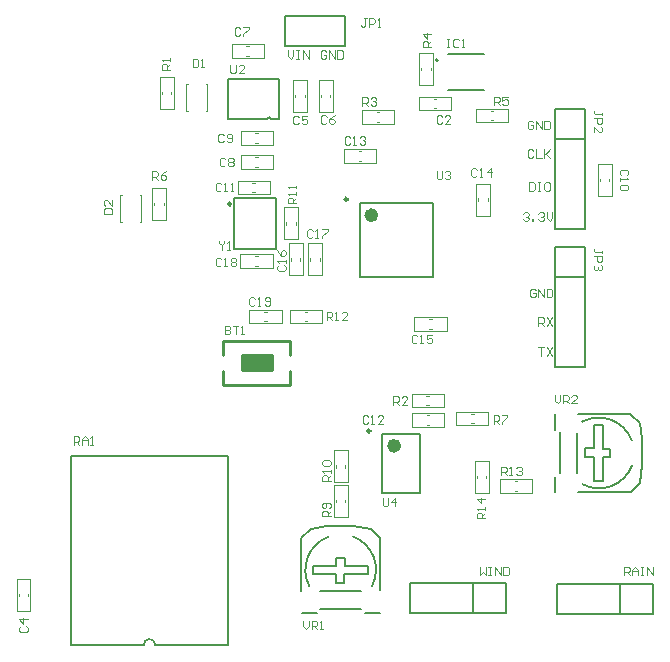
<source format=gto>
G04*
G04 #@! TF.GenerationSoftware,Altium Limited,Altium Designer,21.3.2 (30)*
G04*
G04 Layer_Color=65535*
%FSTAX24Y24*%
%MOIN*%
G70*
G04*
G04 #@! TF.SameCoordinates,7CAEB1DE-A824-4D29-B8D0-2D7E757E666D*
G04*
G04*
G04 #@! TF.FilePolarity,Positive*
G04*
G01*
G75*
%ADD10C,0.0070*%
%ADD11C,0.0236*%
%ADD12C,0.0098*%
%ADD13C,0.0100*%
%ADD14C,0.0079*%
%ADD15C,0.0040*%
%ADD16C,0.0050*%
%ADD17C,0.0039*%
%ADD18R,0.1000X0.0500*%
D10*
X010805Y003986D02*
G03*
X01018Y002338I000419J-001101D01*
G01*
X012267Y002348D02*
G03*
X011643Y003996I-001044J000547D01*
G01*
X019287Y005741D02*
G03*
X020935Y006366I000547J001044D01*
G01*
X020925Y007204D02*
G03*
X019277Y007828I-001101J-000419D01*
G01*
X010314Y003015D02*
X011084D01*
Y003275D01*
X011354D01*
Y003025D02*
Y003275D01*
Y003025D02*
X012144D01*
Y002735D02*
Y003025D01*
X011344Y002735D02*
X012144D01*
X011344Y002445D02*
Y002735D01*
X011074Y002445D02*
X011344D01*
X011074D02*
Y002745D01*
X010304D02*
X011074D01*
X010304D02*
Y003015D01*
X010544Y002175D02*
X011894D01*
X011639Y004345D02*
X012224Y004255D01*
X012524Y003955D01*
Y002205D02*
Y003955D01*
X010534Y001585D02*
X011904D01*
X009914Y002195D02*
Y003945D01*
X010224Y004255D01*
X010764Y004345D01*
X011639D01*
X012024Y001445D02*
X012534D01*
X009934D02*
X010444D01*
X018384Y007565D02*
Y008075D01*
Y005475D02*
Y005985D01*
X021284Y00637D02*
Y007245D01*
X021194Y007785D02*
X021284Y007245D01*
X020884Y008095D02*
X021194Y007785D01*
X019134Y008095D02*
X020884D01*
X018524Y006105D02*
Y007475D01*
X019144Y005485D02*
X020894D01*
X021194Y005785D01*
X021284Y00637D01*
X019114Y006115D02*
Y007465D01*
X019684Y007705D02*
X019954D01*
X019684Y006935D02*
Y007705D01*
X019384Y006935D02*
X019684D01*
X019384Y006665D02*
Y006935D01*
Y006665D02*
X019674D01*
Y005865D02*
Y006665D01*
Y005865D02*
X019964D01*
Y006655D01*
X020214D01*
Y006925D01*
X019954D02*
X020214D01*
X019954D02*
Y007695D01*
D11*
X012365Y014711D02*
G03*
X012365Y014711I-000118J0D01*
G01*
X013121Y007025D02*
G03*
X013121Y007025I-000118J0D01*
G01*
D12*
X01146Y015243D02*
G03*
X01146Y015243I-000049J0D01*
G01*
X012215Y007519D02*
G03*
X012215Y007519I-000049J0D01*
G01*
D13*
X007574Y015085D02*
G03*
X007574Y015085I-00005J0D01*
G01*
X009534Y009055D02*
Y009505D01*
Y010065D02*
Y010515D01*
X007924Y009535D02*
Y010035D01*
Y009535D02*
X008924D01*
Y010035D01*
X007924D02*
X008924D01*
X007314Y010515D02*
X009534D01*
X007314Y009055D02*
X009534D01*
X007314D02*
Y009505D01*
Y010065D02*
Y010515D01*
D14*
X014466Y019878D02*
G03*
X014466Y019878I-000039J0D01*
G01*
X005047Y000382D02*
G03*
X004654Y000382I-000197J0D01*
G01*
X015624Y001435D02*
Y002435D01*
X016722Y001435D02*
Y002435D01*
X013526Y001435D02*
X016722D01*
X013526D02*
Y002435D01*
X016722D01*
X011374Y020335D02*
Y021335D01*
X009374Y020335D02*
X011374D01*
X009374D02*
Y021335D01*
X011374D01*
X020524Y001427D02*
Y002427D01*
X021622Y001427D02*
Y002427D01*
X018426Y001427D02*
X021622D01*
X018426D02*
Y002427D01*
X021622D01*
X018374Y009635D02*
X019374D01*
X018374D02*
Y013635D01*
X019374Y009635D02*
Y013635D01*
X018374D02*
X019374D01*
X018374Y012635D02*
X019374D01*
X018374Y014235D02*
X019374D01*
X018374D02*
Y018235D01*
X019374Y014235D02*
Y018235D01*
X018374D02*
X019374D01*
X018374Y017235D02*
X019374D01*
X011853Y012664D02*
X014294D01*
X011853Y015105D02*
X014294D01*
Y012664D02*
Y015105D01*
X011853Y012664D02*
Y015105D01*
X012609Y00545D02*
Y007419D01*
X013869Y00545D02*
Y007419D01*
X012609D02*
X013869D01*
X012609Y00545D02*
X013869D01*
X005047Y000382D02*
X007474D01*
X002226D02*
X004654D01*
X002226D02*
Y006681D01*
X007474D01*
Y000382D02*
Y006681D01*
D15*
X009544Y011105D02*
Y011565D01*
Y011105D02*
X010614D01*
Y011565D01*
X009544D02*
X010614D01*
X010034Y011495D02*
X010114D01*
X010034Y011175D02*
X010114D01*
X009254Y011105D02*
Y011565D01*
X008184D02*
X009254D01*
X008184Y011105D02*
Y011565D01*
Y011105D02*
X009254D01*
X008684Y011175D02*
X008764D01*
X008684Y011495D02*
X008764D01*
X009884Y013195D02*
Y013275D01*
X009564Y013195D02*
Y013275D01*
X009494Y012705D02*
Y013775D01*
X009954D01*
Y012705D02*
Y013775D01*
X009494Y012705D02*
X009954D01*
X010144D02*
X010604D01*
Y013775D01*
X010144D02*
X010604D01*
X010144Y012705D02*
Y013775D01*
X010214Y013195D02*
Y013275D01*
X010534Y013195D02*
Y013275D01*
X009344Y013905D02*
X009804D01*
Y014975D01*
X009344D02*
X009804D01*
X009344Y013905D02*
Y014975D01*
X009414Y014395D02*
Y014475D01*
X009734Y014395D02*
Y014475D01*
X015694Y005455D02*
X016154D01*
Y006525D01*
X015694D02*
X016154D01*
X015694Y005455D02*
Y006525D01*
X015764Y005945D02*
Y006025D01*
X016084Y005945D02*
Y006025D01*
X017604Y005455D02*
Y005915D01*
X016534D02*
X017604D01*
X016534Y005455D02*
Y005915D01*
Y005455D02*
X017604D01*
X017034Y005525D02*
X017114D01*
X017034Y005845D02*
X017114D01*
X014094Y008045D02*
X014174D01*
X014094Y007725D02*
X014174D01*
X013594Y007655D02*
X014664D01*
X013594D02*
Y008115D01*
X014664D01*
Y007655D02*
Y008115D01*
X013594Y008305D02*
Y008765D01*
Y008305D02*
X014664D01*
Y008765D01*
X013594D02*
X014664D01*
X014084Y008695D02*
X014164D01*
X014084Y008375D02*
X014164D01*
X015579Y008095D02*
X015659D01*
X015579Y007775D02*
X015659D01*
X015079Y007705D02*
X016149D01*
X015079D02*
Y008165D01*
X016149D01*
Y007705D02*
Y008165D01*
X014184Y011245D02*
X014264D01*
X014184Y010925D02*
X014264D01*
X013684Y010855D02*
X014754D01*
X013684D02*
Y011315D01*
X014754D01*
Y010855D02*
Y011315D01*
X004524Y014485D02*
X004574D01*
Y015385D01*
X004524D02*
X004574D01*
X003874Y014485D02*
X003924D01*
X003874D02*
Y015385D01*
X003924D01*
X004944Y015615D02*
X005404D01*
X004944Y014545D02*
Y015615D01*
Y014545D02*
X005404D01*
Y015615D01*
X005334Y015045D02*
Y015125D01*
X005014Y015045D02*
Y015125D01*
X008284Y015475D02*
X008364D01*
X008284Y015795D02*
X008364D01*
X007794Y015865D02*
X008864D01*
Y015405D02*
Y015865D01*
X007794Y015405D02*
X008864D01*
X007794D02*
Y015865D01*
X008384Y017125D02*
X008464D01*
X008384Y017445D02*
X008464D01*
X007894Y017515D02*
X008964D01*
Y017055D02*
Y017515D01*
X007894Y017055D02*
X008964D01*
X007894D02*
Y017515D01*
Y016255D02*
Y016715D01*
Y016255D02*
X008964D01*
Y016715D01*
X007894D02*
X008964D01*
X008384Y016645D02*
X008464D01*
X008384Y016325D02*
X008464D01*
X009714Y018645D02*
Y018725D01*
X010034Y018645D02*
Y018725D01*
X010104Y018145D02*
Y019215D01*
X009644Y018145D02*
X010104D01*
X009644D02*
Y019215D01*
X010104D01*
X010494D02*
X010954D01*
X010494Y018145D02*
Y019215D01*
Y018145D02*
X010954D01*
Y019215D01*
X010884Y018645D02*
Y018725D01*
X010564Y018645D02*
Y018725D01*
X005194Y019315D02*
X005654D01*
X005194Y018245D02*
Y019315D01*
Y018245D02*
X005654D01*
Y019315D01*
X005584Y018745D02*
Y018825D01*
X005264Y018745D02*
Y018825D01*
X006724Y018185D02*
X006774D01*
Y019085D01*
X006724D02*
X006774D01*
X006074Y018185D02*
X006124D01*
X006074D02*
Y019085D01*
X006124D01*
X008084Y020025D02*
X008164D01*
X008084Y020345D02*
X008164D01*
X007594Y020415D02*
X008664D01*
Y019955D02*
Y020415D01*
X007594Y019955D02*
X008664D01*
X007594D02*
Y020415D01*
X011834Y016525D02*
X011914D01*
X011834Y016845D02*
X011914D01*
X011344Y016915D02*
X012414D01*
Y016455D02*
Y016915D01*
X011344Y016455D02*
X012414D01*
X011344D02*
Y016915D01*
X012434Y018145D02*
X012514D01*
X012434Y017825D02*
X012514D01*
X011934Y017755D02*
X013004D01*
X011934D02*
Y018215D01*
X013004D01*
Y017755D02*
Y018215D01*
X020184Y015845D02*
Y015925D01*
X019864Y015845D02*
Y015925D01*
X019794Y015355D02*
Y016425D01*
X020254D01*
Y015355D02*
Y016425D01*
X019794Y015355D02*
X020254D01*
X013914Y019545D02*
Y019625D01*
X014234Y019545D02*
Y019625D01*
X014304Y019045D02*
Y020115D01*
X013844Y019045D02*
X014304D01*
X013844D02*
Y020115D01*
X014304D01*
X014334Y018275D02*
X014414D01*
X014334Y018595D02*
X014414D01*
X013844Y018665D02*
X014914D01*
Y018205D02*
Y018665D01*
X013844Y018205D02*
X014914D01*
X013844D02*
Y018665D01*
X015744Y017805D02*
Y018265D01*
Y017805D02*
X016814D01*
Y018265D01*
X015744D02*
X016814D01*
X016234Y018195D02*
X016314D01*
X016234Y017875D02*
X016314D01*
X015814Y015195D02*
Y015275D01*
X016134Y015195D02*
Y015275D01*
X016204Y014695D02*
Y015765D01*
X015744Y014695D02*
X016204D01*
X015744D02*
Y015765D01*
X016204D01*
X00042Y00258D02*
X00088D01*
X00042Y00151D02*
Y00258D01*
Y00151D02*
X00088D01*
Y00258D01*
X00081Y00201D02*
Y00209D01*
X00049Y00201D02*
Y00209D01*
X010994Y00465D02*
X011454D01*
Y00572D01*
X010994D02*
X011454D01*
X010994Y00465D02*
Y00572D01*
X011064Y00514D02*
Y00522D01*
X011384Y00514D02*
Y00522D01*
X010994Y005805D02*
X011454D01*
Y006875D01*
X010994D02*
X011454D01*
X010994Y005805D02*
Y006875D01*
X011064Y006295D02*
Y006375D01*
X011384Y006295D02*
Y006375D01*
X008384Y013345D02*
X008464D01*
X008384Y013025D02*
X008464D01*
X007884Y012955D02*
X008954D01*
X007884D02*
Y013415D01*
X008954D01*
Y012955D02*
Y013415D01*
D16*
X009074Y013585D02*
Y015285D01*
X007674Y013585D02*
X009074D01*
X007674Y015285D02*
X009074D01*
X007674Y013585D02*
Y015285D01*
X008761Y01792D02*
X008828Y017987D01*
X008895Y01792D02*
X009166D01*
X008828Y017987D02*
X008895Y01792D01*
X007482Y01925D02*
X009166D01*
Y01792D02*
Y01925D01*
X007482Y01792D02*
X008761D01*
X007482D02*
Y01925D01*
X014818Y020087D02*
X016D01*
X014818Y018882D02*
X016D01*
D17*
X009979Y001188D02*
Y001004D01*
X01007Y000912D01*
X010162Y001004D01*
Y001188D01*
X010254Y000912D02*
Y001188D01*
X010392D01*
X010438Y001142D01*
Y00105D01*
X010392Y001004D01*
X010254D01*
X010346D02*
X010438Y000912D01*
X01053D02*
X010621D01*
X010575D01*
Y001188D01*
X01053Y001142D01*
X015868Y002988D02*
Y002712D01*
X01596Y002804D01*
X016052Y002712D01*
Y002988D01*
X016143D02*
X016235D01*
X016189D01*
Y002712D01*
X016143D01*
X016235D01*
X016373D02*
Y002988D01*
X016557Y002712D01*
Y002988D01*
X016648D02*
Y002712D01*
X016786D01*
X016832Y002758D01*
Y002942D01*
X016786Y002988D01*
X016648D01*
X012086Y021272D02*
X011994D01*
X01204D01*
Y021043D01*
X011994Y020997D01*
X011948D01*
X011903Y021043D01*
X012178Y020997D02*
Y021272D01*
X012316D01*
X012362Y021226D01*
Y021135D01*
X012316Y021089D01*
X012178D01*
X012454Y020997D02*
X012545D01*
X012499D01*
Y021272D01*
X012454Y021226D01*
X020668Y002712D02*
Y002988D01*
X020806D01*
X020852Y002942D01*
Y00285D01*
X020806Y002804D01*
X020668D01*
X02076D02*
X020852Y002712D01*
X020943D02*
Y002896D01*
X021035Y002988D01*
X021127Y002896D01*
Y002712D01*
Y00285D01*
X020943D01*
X021219Y002988D02*
X021311D01*
X021265D01*
Y002712D01*
X021219D01*
X021311D01*
X021448D02*
Y002988D01*
X021632Y002712D01*
Y002988D01*
X018364Y00871D02*
Y008526D01*
X018456Y008435D01*
X018548Y008526D01*
Y00871D01*
X018639Y008435D02*
Y00871D01*
X018777D01*
X018823Y008664D01*
Y008572D01*
X018777Y008526D01*
X018639D01*
X018731D02*
X018823Y008435D01*
X019099D02*
X018915D01*
X019099Y008618D01*
Y008664D01*
X019053Y00871D01*
X018961D01*
X018915Y008664D01*
X019938Y013434D02*
Y013526D01*
Y01348D01*
X019708D01*
X019662Y013526D01*
Y013571D01*
X019708Y013617D01*
X019662Y013342D02*
X019938D01*
Y013204D01*
X019892Y013158D01*
X0198D01*
X019754Y013204D01*
Y013342D01*
X019892Y013066D02*
X019938Y01302D01*
Y012929D01*
X019892Y012883D01*
X019846D01*
X0198Y012929D01*
Y012974D01*
Y012929D01*
X019754Y012883D01*
X019708D01*
X019662Y012929D01*
Y01302D01*
X019708Y013066D01*
X019938Y018034D02*
Y018125D01*
Y01808D01*
X019708D01*
X019662Y018125D01*
Y018171D01*
X019708Y018217D01*
X019662Y017942D02*
X019938D01*
Y017804D01*
X019892Y017758D01*
X0198D01*
X019754Y017804D01*
Y017942D01*
X019662Y017483D02*
Y017666D01*
X019846Y017483D01*
X019892D01*
X019938Y017529D01*
Y01762D01*
X019892Y017666D01*
X007353Y011022D02*
Y010747D01*
X00749D01*
X007536Y010793D01*
Y010839D01*
X00749Y010885D01*
X007353D01*
X00749D01*
X007536Y010931D01*
Y010976D01*
X00749Y011022D01*
X007353D01*
X007628D02*
X007812D01*
X00772D01*
Y010747D01*
X007904D02*
X007995D01*
X007949D01*
Y011022D01*
X007904Y010976D01*
X010756Y011212D02*
Y011488D01*
X010893D01*
X010939Y011442D01*
Y01135D01*
X010893Y011304D01*
X010756D01*
X010847D02*
X010939Y011212D01*
X011031D02*
X011123D01*
X011077D01*
Y011488D01*
X011031Y011442D01*
X011444Y011212D02*
X011261D01*
X011444Y011396D01*
Y011442D01*
X011398Y011488D01*
X011307D01*
X011261Y011442D01*
X008363Y011926D02*
X008317Y011972D01*
X008226D01*
X00818Y011926D01*
Y011743D01*
X008226Y011697D01*
X008317D01*
X008363Y011743D01*
X008455Y011697D02*
X008547D01*
X008501D01*
Y011972D01*
X008455Y011926D01*
X008685Y011743D02*
X008731Y011697D01*
X008822D01*
X008868Y011743D01*
Y011926D01*
X008822Y011972D01*
X008731D01*
X008685Y011926D01*
Y011881D01*
X008731Y011835D01*
X008868D01*
X009158Y013039D02*
X009112Y012993D01*
Y012902D01*
X009158Y012856D01*
X009342D01*
X009388Y012902D01*
Y012993D01*
X009342Y013039D01*
X009388Y013131D02*
Y013223D01*
Y013177D01*
X009112D01*
X009158Y013131D01*
X009112Y013544D02*
X009158Y013453D01*
X00925Y013361D01*
X009342D01*
X009388Y013407D01*
Y013498D01*
X009342Y013544D01*
X009296D01*
X00925Y013498D01*
Y013361D01*
X010289Y014192D02*
X010243Y014238D01*
X010152D01*
X010106Y014192D01*
Y014008D01*
X010152Y013962D01*
X010243D01*
X010289Y014008D01*
X010381Y013962D02*
X010473D01*
X010427D01*
Y014238D01*
X010381Y014192D01*
X010611Y014238D02*
X010794D01*
Y014192D01*
X010611Y014008D01*
Y013962D01*
X01442Y016188D02*
Y015958D01*
X014466Y015912D01*
X014558D01*
X014604Y015958D01*
Y016188D01*
X014696Y016142D02*
X014742Y016188D01*
X014834D01*
X01488Y016142D01*
Y016096D01*
X014834Y01605D01*
X014788D01*
X014834D01*
X01488Y016004D01*
Y015958D01*
X014834Y015912D01*
X014742D01*
X014696Y015958D01*
X009738Y015102D02*
X009462D01*
Y015239D01*
X009508Y015285D01*
X0096D01*
X009646Y015239D01*
Y015102D01*
Y015193D02*
X009738Y015285D01*
Y015377D02*
Y015469D01*
Y015423D01*
X009462D01*
X009508Y015377D01*
X009738Y015607D02*
Y015698D01*
Y015653D01*
X009462D01*
X009508Y015607D01*
X016038Y004606D02*
X015762D01*
Y004743D01*
X015808Y004789D01*
X0159D01*
X015946Y004743D01*
Y004606D01*
Y004697D02*
X016038Y004789D01*
Y004881D02*
Y004973D01*
Y004927D01*
X015762D01*
X015808Y004881D01*
X016038Y005248D02*
X015762D01*
X0159Y005111D01*
Y005294D01*
X01262Y005288D02*
Y005058D01*
X012666Y005012D01*
X012758D01*
X012804Y005058D01*
Y005288D01*
X013034Y005012D02*
Y005288D01*
X012896Y00515D01*
X01308D01*
X016576Y006047D02*
Y006322D01*
X016714D01*
X01676Y006276D01*
Y006185D01*
X016714Y006139D01*
X016576D01*
X016668D02*
X01676Y006047D01*
X016851D02*
X016943D01*
X016897D01*
Y006322D01*
X016851Y006276D01*
X017081D02*
X017127Y006322D01*
X017219D01*
X017265Y006276D01*
Y006231D01*
X017219Y006185D01*
X017173D01*
X017219D01*
X017265Y006139D01*
Y006093D01*
X017219Y006047D01*
X017127D01*
X017081Y006093D01*
X012139Y007992D02*
X012093Y008038D01*
X012002D01*
X011956Y007992D01*
Y007808D01*
X012002Y007762D01*
X012093D01*
X012139Y007808D01*
X012231Y007762D02*
X012323D01*
X012277D01*
Y008038D01*
X012231Y007992D01*
X012644Y007762D02*
X012461D01*
X012644Y007946D01*
Y007992D01*
X012598Y008038D01*
X012507D01*
X012461Y007992D01*
X012982Y008397D02*
Y008672D01*
X013119D01*
X013165Y008626D01*
Y008535D01*
X013119Y008489D01*
X012982D01*
X013074D02*
X013165Y008397D01*
X013441D02*
X013257D01*
X013441Y008581D01*
Y008626D01*
X013395Y008672D01*
X013303D01*
X013257Y008626D01*
X01632Y007762D02*
Y008038D01*
X016458D01*
X016504Y007992D01*
Y0079D01*
X016458Y007854D01*
X01632D01*
X016412D02*
X016504Y007762D01*
X016596Y008038D02*
X01678D01*
Y007992D01*
X016596Y007808D01*
Y007762D01*
X013779Y010667D02*
X013733Y010713D01*
X013641D01*
X013595Y010667D01*
Y010483D01*
X013641Y010437D01*
X013733D01*
X013779Y010483D01*
X01387Y010437D02*
X013962D01*
X013916D01*
Y010713D01*
X01387Y010667D01*
X014284Y010713D02*
X0141D01*
Y010575D01*
X014192Y010621D01*
X014238D01*
X014284Y010575D01*
Y010483D01*
X014238Y010437D01*
X014146D01*
X0141Y010483D01*
X017818Y0103D02*
X018002D01*
X01791D01*
Y010024D01*
X018094Y0103D02*
X018278Y010024D01*
Y0103D02*
X018094Y010024D01*
X017818Y011024D02*
Y0113D01*
X017956D01*
X018002Y011254D01*
Y011162D01*
X017956Y011116D01*
X017818D01*
X01791D02*
X018002Y011024D01*
X018094Y0113D02*
X018278Y011024D01*
Y0113D02*
X018094Y011024D01*
X017727Y012204D02*
X017681Y01225D01*
X017589D01*
X017543Y012204D01*
Y01202D01*
X017589Y011974D01*
X017681D01*
X017727Y01202D01*
Y012112D01*
X017635D01*
X017818Y011974D02*
Y01225D01*
X018002Y011974D01*
Y01225D01*
X018094D02*
Y011974D01*
X018232D01*
X018278Y01202D01*
Y012204D01*
X018232Y01225D01*
X018094D01*
X003336Y014755D02*
X003612D01*
Y014893D01*
X003566Y014939D01*
X003382D01*
X003336Y014893D01*
Y014755D01*
X003612Y015214D02*
Y015031D01*
X003428Y015214D01*
X003382D01*
X003336Y015168D01*
Y015076D01*
X003382Y015031D01*
X004944Y015897D02*
Y016172D01*
X005082D01*
X005128Y016126D01*
Y016035D01*
X005082Y015989D01*
X004944D01*
X005036D02*
X005128Y015897D01*
X005404Y016172D02*
X005312Y016126D01*
X00522Y016035D01*
Y015943D01*
X005266Y015897D01*
X005358D01*
X005404Y015943D01*
Y015989D01*
X005358Y016035D01*
X00522D01*
X007235Y015742D02*
X007189Y015788D01*
X007097D01*
X007052Y015742D01*
Y015558D01*
X007097Y015512D01*
X007189D01*
X007235Y015558D01*
X007327Y015512D02*
X007419D01*
X007373D01*
Y015788D01*
X007327Y015742D01*
X007557Y015512D02*
X007648D01*
X007603D01*
Y015788D01*
X007557Y015742D01*
X007328Y017376D02*
X007282Y017422D01*
X00719D01*
X007144Y017376D01*
Y017193D01*
X00719Y017147D01*
X007282D01*
X007328Y017193D01*
X00742D02*
X007466Y017147D01*
X007558D01*
X007604Y017193D01*
Y017376D01*
X007558Y017422D01*
X007466D01*
X00742Y017376D01*
Y017331D01*
X007466Y017285D01*
X007604D01*
X007166Y013838D02*
Y013792D01*
X007258Y0137D01*
X00735Y013792D01*
Y013838D01*
X007258Y0137D02*
Y013562D01*
X007442D02*
X007534D01*
X007488D01*
Y013838D01*
X007442Y013792D01*
X007378Y016576D02*
X007332Y016622D01*
X00724D01*
X007194Y016576D01*
Y016393D01*
X00724Y016347D01*
X007332D01*
X007378Y016393D01*
X00747Y016576D02*
X007516Y016622D01*
X007608D01*
X007654Y016576D01*
Y016531D01*
X007608Y016485D01*
X007654Y016439D01*
Y016393D01*
X007608Y016347D01*
X007516D01*
X00747Y016393D01*
Y016439D01*
X007516Y016485D01*
X00747Y016531D01*
Y016576D01*
X007516Y016485D02*
X007608D01*
X009828Y017968D02*
X009782Y018014D01*
X00969D01*
X009644Y017968D01*
Y017785D01*
X00969Y017739D01*
X009782D01*
X009828Y017785D01*
X010104Y018014D02*
X00992D01*
Y017877D01*
X010012Y017923D01*
X010058D01*
X010104Y017877D01*
Y017785D01*
X010058Y017739D01*
X009966D01*
X00992Y017785D01*
X010754Y017992D02*
X010708Y018038D01*
X010616D01*
X01057Y017992D01*
Y017808D01*
X010616Y017762D01*
X010708D01*
X010754Y017808D01*
X01103Y018038D02*
X010938Y017992D01*
X010846Y0179D01*
Y017808D01*
X010892Y017762D01*
X010984D01*
X01103Y017808D01*
Y017854D01*
X010984Y0179D01*
X010846D01*
X007544Y019722D02*
Y019493D01*
X00759Y019447D01*
X007682D01*
X007728Y019493D01*
Y019722D01*
X008004Y019447D02*
X00782D01*
X008004Y019631D01*
Y019676D01*
X007958Y019722D01*
X007866D01*
X00782Y019676D01*
X005538Y019566D02*
X005262D01*
Y019704D01*
X005308Y01975D01*
X0054D01*
X005446Y019704D01*
Y019566D01*
Y019658D02*
X005538Y01975D01*
Y019842D02*
Y019934D01*
Y019888D01*
X005262D01*
X005308Y019842D01*
X00629Y019922D02*
Y019647D01*
X006428D01*
X006474Y019693D01*
Y019876D01*
X006428Y019922D01*
X00629D01*
X006566Y019647D02*
X006658D01*
X006612D01*
Y019922D01*
X006566Y019876D01*
X007878Y020926D02*
X007832Y020972D01*
X00774D01*
X007694Y020926D01*
Y020743D01*
X00774Y020697D01*
X007832D01*
X007878Y020743D01*
X00797Y020972D02*
X008154D01*
Y020926D01*
X00797Y020743D01*
Y020697D01*
X009463Y0202D02*
Y020016D01*
X009555Y019924D01*
X009647Y020016D01*
Y0202D01*
X009739D02*
X009831D01*
X009785D01*
Y019924D01*
X009739D01*
X009831D01*
X009968D02*
Y0202D01*
X010152Y019924D01*
Y0202D01*
X010747Y020154D02*
X010701Y0202D01*
X010609D01*
X010563Y020154D01*
Y01997D01*
X010609Y019924D01*
X010701D01*
X010747Y01997D01*
Y020062D01*
X010655D01*
X010839Y019924D02*
Y0202D01*
X011023Y019924D01*
Y0202D01*
X011114D02*
Y019924D01*
X011252D01*
X011298Y01997D01*
Y020154D01*
X011252Y0202D01*
X011114D01*
X011539Y017292D02*
X011493Y017338D01*
X011402D01*
X011356Y017292D01*
Y017108D01*
X011402Y017062D01*
X011493D01*
X011539Y017108D01*
X011631Y017062D02*
X011723D01*
X011677D01*
Y017338D01*
X011631Y017292D01*
X011861D02*
X011907Y017338D01*
X011998D01*
X012044Y017292D01*
Y017246D01*
X011998Y0172D01*
X011953D01*
X011998D01*
X012044Y017154D01*
Y017108D01*
X011998Y017062D01*
X011907D01*
X011861Y017108D01*
X011949Y018362D02*
Y018638D01*
X012087D01*
X012133Y018592D01*
Y0185D01*
X012087Y018454D01*
X011949D01*
X012041D02*
X012133Y018362D01*
X012225Y018592D02*
X012271Y018638D01*
X012362D01*
X012408Y018592D01*
Y018546D01*
X012362Y0185D01*
X012316D01*
X012362D01*
X012408Y018454D01*
Y018408D01*
X012362Y018362D01*
X012271D01*
X012225Y018408D01*
X020766Y016045D02*
X020812Y016091D01*
Y016183D01*
X020766Y016229D01*
X020582D01*
X020536Y016183D01*
Y016091D01*
X020582Y016045D01*
X020536Y015954D02*
Y015862D01*
Y015908D01*
X020812D01*
X020766Y015954D01*
Y015724D02*
X020812Y015678D01*
Y015586D01*
X020766Y01554D01*
X020582D01*
X020536Y015586D01*
Y015678D01*
X020582Y015724D01*
X020766D01*
X017513Y0158D02*
Y015524D01*
X017651D01*
X017697Y01557D01*
Y015754D01*
X017651Y0158D01*
X017513D01*
X017789D02*
X017881D01*
X017835D01*
Y015524D01*
X017789D01*
X017881D01*
X018156Y0158D02*
X018064D01*
X018018Y015754D01*
Y01557D01*
X018064Y015524D01*
X018156D01*
X018202Y01557D01*
Y015754D01*
X018156Y0158D01*
X017313Y014754D02*
X017359Y0148D01*
X017451D01*
X017497Y014754D01*
Y014708D01*
X017451Y014662D01*
X017405D01*
X017451D01*
X017497Y014616D01*
Y01457D01*
X017451Y014524D01*
X017359D01*
X017313Y01457D01*
X017589Y014524D02*
Y01457D01*
X017635D01*
Y014524D01*
X017589D01*
X017818Y014754D02*
X017864Y0148D01*
X017956D01*
X018002Y014754D01*
Y014708D01*
X017956Y014662D01*
X01791D01*
X017956D01*
X018002Y014616D01*
Y01457D01*
X017956Y014524D01*
X017864D01*
X017818Y01457D01*
X018094Y0148D02*
Y014616D01*
X018186Y014524D01*
X018278Y014616D01*
Y0148D01*
X017647Y016854D02*
X017601Y0169D01*
X017509D01*
X017463Y016854D01*
Y01667D01*
X017509Y016624D01*
X017601D01*
X017647Y01667D01*
X017739Y0169D02*
Y016624D01*
X017923D01*
X018014Y0169D02*
Y016624D01*
Y016716D01*
X018198Y0169D01*
X01806Y016762D01*
X018198Y016624D01*
X017647Y017804D02*
X017601Y01785D01*
X017509D01*
X017463Y017804D01*
Y01762D01*
X017509Y017574D01*
X017601D01*
X017647Y01762D01*
Y017712D01*
X017555D01*
X017739Y017574D02*
Y01785D01*
X017923Y017574D01*
Y01785D01*
X018014D02*
Y017574D01*
X018152D01*
X018198Y01762D01*
Y017804D01*
X018152Y01785D01*
X018014D01*
X014238Y02032D02*
X013962D01*
Y020458D01*
X014008Y020504D01*
X0141D01*
X014146Y020458D01*
Y02032D01*
Y020412D02*
X014238Y020504D01*
Y020734D02*
X013962D01*
X0141Y020596D01*
Y02078D01*
X014604Y017992D02*
X014558Y018038D01*
X014466D01*
X01442Y017992D01*
Y017808D01*
X014466Y017762D01*
X014558D01*
X014604Y017808D01*
X01488Y017762D02*
X014696D01*
X01488Y017946D01*
Y017992D01*
X014834Y018038D01*
X014742D01*
X014696Y017992D01*
X01634Y018387D02*
Y018663D01*
X016477D01*
X016523Y018617D01*
Y018525D01*
X016477Y018479D01*
X01634D01*
X016431D02*
X016523Y018387D01*
X016799Y018663D02*
X016615D01*
Y018525D01*
X016707Y018571D01*
X016753D01*
X016799Y018525D01*
Y018433D01*
X016753Y018387D01*
X016661D01*
X016615Y018433D01*
X014752Y020588D02*
X014843D01*
X014797D01*
Y020312D01*
X014752D01*
X014843D01*
X015165Y020542D02*
X015119Y020588D01*
X015027D01*
X014981Y020542D01*
Y020358D01*
X015027Y020312D01*
X015119D01*
X015165Y020358D01*
X015257Y020312D02*
X015348D01*
X015303D01*
Y020588D01*
X015257Y020542D01*
X015763Y016226D02*
X015717Y016272D01*
X015626D01*
X01558Y016226D01*
Y016043D01*
X015626Y015997D01*
X015717D01*
X015763Y016043D01*
X015855Y015997D02*
X015947D01*
X015901D01*
Y016272D01*
X015855Y016226D01*
X016222Y015997D02*
Y016272D01*
X016085Y016135D01*
X016268D01*
X002329Y007062D02*
Y007338D01*
X002466D01*
X002512Y007292D01*
Y0072D01*
X002466Y007154D01*
X002329D01*
X00242D02*
X002512Y007062D01*
X002604D02*
Y007246D01*
X002696Y007338D01*
X002788Y007246D01*
Y007062D01*
Y0072D01*
X002604D01*
X00288Y007062D02*
X002971D01*
X002925D01*
Y007338D01*
X00288Y007292D01*
X000558Y001004D02*
X000512Y000958D01*
Y000866D01*
X000558Y00082D01*
X000742D01*
X000788Y000866D01*
Y000958D01*
X000742Y001004D01*
X000788Y001234D02*
X000512D01*
X00065Y001096D01*
Y00128D01*
X010888Y00467D02*
X010612D01*
Y004808D01*
X010658Y004854D01*
X01075D01*
X010796Y004808D01*
Y00467D01*
Y004762D02*
X010888Y004854D01*
X010842Y004946D02*
X010888Y004992D01*
Y005084D01*
X010842Y00513D01*
X010658D01*
X010612Y005084D01*
Y004992D01*
X010658Y004946D01*
X010704D01*
X01075Y004992D01*
Y00513D01*
X010888Y005856D02*
X010612D01*
Y005993D01*
X010658Y006039D01*
X01075D01*
X010796Y005993D01*
Y005856D01*
Y005947D02*
X010888Y006039D01*
Y006131D02*
Y006223D01*
Y006177D01*
X010612D01*
X010658Y006131D01*
Y006361D02*
X010612Y006407D01*
Y006498D01*
X010658Y006544D01*
X010842D01*
X010888Y006498D01*
Y006407D01*
X010842Y006361D01*
X010658D01*
X007239Y013242D02*
X007193Y013288D01*
X007102D01*
X007056Y013242D01*
Y013058D01*
X007102Y013012D01*
X007193D01*
X007239Y013058D01*
X007331Y013012D02*
X007423D01*
X007377D01*
Y013288D01*
X007331Y013242D01*
X007561D02*
X007607Y013288D01*
X007698D01*
X007744Y013242D01*
Y013196D01*
X007698Y01315D01*
X007744Y013104D01*
Y013058D01*
X007698Y013012D01*
X007607D01*
X007561Y013058D01*
Y013104D01*
X007607Y01315D01*
X007561Y013196D01*
Y013242D01*
X007607Y01315D02*
X007698D01*
D18*
X008424Y009785D02*
D03*
M02*

</source>
